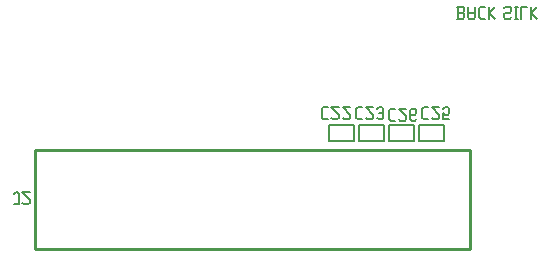
<source format=gbr>
G04 Title: RX Daughterboard, silkscreen, solder side *
G04 Creator: pcb-bin 1.99q *
G04 CreationDate: Thu Mar  2 20:16:20 2006 UTC *
G04 For: matt *
G04 Format: Gerber/RS-274X *
G04 PCB-Dimensions: 275000 250000 *
G04 PCB-Coordinate-Origin: lower left *
%MOIN*%
%FSLAX24Y24*%
%IPPOS*%
%ADD11C,0.0080*%
%ADD12C,0.0280*%
%ADD13C,0.0100*%
%ADD14C,0.0300*%
%ADD15R,0.0240X0.0240*%
%ADD16R,0.0440X0.0440*%
%ADD17R,0.0300X0.0300*%
%ADD18C,0.0060*%
%ADD19R,0.0200X0.0200*%
%ADD20R,0.0540X0.0540*%
%ADD21C,0.0200*%
%ADD22C,0.0500*%
%ADD23R,0.0500X0.0500*%
%ADD24R,0.0600X0.0600*%
%ADD25R,0.0660X0.0660*%
%ADD26R,0.0900X0.0900X0.0600X0.0600*%
%ADD27R,0.0900X0.0900*%
%ADD28C,0.0600*%
%ADD29C,0.0660*%
%AMTHERM1*7,0,0,0.0900,0.0600,0.0100,45*%
%ADD30THERM1*%
%ADD31C,0.0900X0.0600*%
%ADD32C,0.0900*%
%ADD33C,0.1200X0.0900*%
%ADD34C,0.1200*%
%ADD35C,0.0150*%
%AMTHERM2*7,0,0,0.1200,0.0900,0.0150,45*%
%ADD36THERM2*%
%ADD37C,0.0720*%
%ADD38C,0.0920X0.0720*%
%ADD39C,0.0920*%
%ADD40C,0.0240*%
%ADD41C,0.0340*%
%ADD42C,0.1320*%
%ADD43C,0.1100*%
%ADD44C,0.1520*%
%ADD45C,0.1520X0.1320*%
%ADD46C,0.0400*%
%ADD47C,0.0600X0.0400*%
%AMTHERM3*7,0,0,0.0600,0.0400,0.0100,45*%
%ADD48THERM3*%
%ADD49C,0.0360*%
%ADD50C,0.0560*%
%ADD51C,0.0560X0.0360*%
%AMTHERM4*7,0,0,0.0560,0.0360,0.0080,45*%
%ADD52THERM4*%
%LNGROUP_3*%
%LPD*%
G01X0Y0D02*
G54D18*X19180Y16630D02*Y17170D01*
X20020D01*
Y16630D02*Y17170D01*
X19180Y16630D02*X20020D01*
G04 Text: C23 *
G54D11*X19150Y17750D02*X19300D01*
X19100Y17700D02*X19150Y17750D01*
X19100Y17400D02*Y17700D01*
Y17400D02*X19150Y17350D01*
X19300D01*
X19420Y17400D02*X19470Y17350D01*
X19620D01*
X19670Y17400D01*
Y17500D01*
X19420Y17750D02*X19670Y17500D01*
X19420Y17750D02*X19670D01*
X19790Y17400D02*X19840Y17350D01*
X19940D01*
X19990Y17400D01*
Y17700D01*
X19940Y17750D02*X19990Y17700D01*
X19840Y17750D02*X19940D01*
X19790Y17700D02*X19840Y17750D01*
Y17550D02*X19990D01*
G54D18*X19020Y16630D02*Y17170D01*
X18180Y16630D02*X19020D01*
X18180D02*Y17170D01*
X19020D01*
G04 Text: C22 *
G54D11*X18000Y17750D02*X18150D01*
X17950Y17700D02*X18000Y17750D01*
X17950Y17400D02*Y17700D01*
Y17400D02*X18000Y17350D01*
X18150D01*
X18270Y17400D02*X18320Y17350D01*
X18470D01*
X18520Y17400D01*
Y17500D01*
X18270Y17750D02*X18520Y17500D01*
X18270Y17750D02*X18520D01*
X18640Y17400D02*X18690Y17350D01*
X18840D01*
X18890Y17400D01*
Y17500D01*
X18640Y17750D02*X18890Y17500D01*
X18640Y17750D02*X18890D01*
G54D18*X21020Y16630D02*Y17170D01*
X20180Y16630D02*X21020D01*
X20180D02*Y17170D01*
X21020D01*
G04 Text: C26 *
G54D11*X20250Y17700D02*X20400D01*
X20200Y17650D02*X20250Y17700D01*
X20200Y17350D02*Y17650D01*
Y17350D02*X20250Y17300D01*
X20400D01*
X20520Y17350D02*X20570Y17300D01*
X20720D01*
X20770Y17350D01*
Y17450D01*
X20520Y17700D02*X20770Y17450D01*
X20520Y17700D02*X20770D01*
X21040Y17300D02*X21090Y17350D01*
X20940Y17300D02*X21040D01*
X20890Y17350D02*X20940Y17300D01*
X20890Y17350D02*Y17650D01*
X20940Y17700D01*
X21040Y17500D02*X21090Y17550D01*
X20890Y17500D02*X21040D01*
X20940Y17700D02*X21040D01*
X21090Y17650D01*
Y17550D02*Y17650D01*
G54D18*X21180Y16630D02*Y17170D01*
X22020D01*
Y16630D02*Y17170D01*
X21180Y16630D02*X22020D01*
G04 Text: C25 *
G54D11*X21350Y17750D02*X21500D01*
X21300Y17700D02*X21350Y17750D01*
X21300Y17400D02*Y17700D01*
Y17400D02*X21350Y17350D01*
X21500D01*
X21620Y17400D02*X21670Y17350D01*
X21820D01*
X21870Y17400D01*
Y17500D01*
X21620Y17750D02*X21870Y17500D01*
X21620Y17750D02*X21870D01*
X21990Y17350D02*X22190D01*
X21990D02*Y17550D01*
X22040Y17500D01*
X22140D01*
X22190Y17550D01*
Y17700D01*
X22140Y17750D02*X22190Y17700D01*
X22040Y17750D02*X22140D01*
X21990Y17700D02*X22040Y17750D01*
G54D13*X8399Y16318D02*Y13018D01*
Y16318D02*X22899D01*
X8399Y13018D02*X22899D01*
Y16318D02*Y13018D01*
G04 Text: J2 *
G54D11*X7699Y14518D02*X7849D01*
Y14868D01*
X7799Y14918D02*X7849Y14868D01*
X7749Y14918D02*X7799D01*
X7699Y14868D02*X7749Y14918D01*
X7969Y14568D02*X8019Y14518D01*
X8169D01*
X8219Y14568D01*
Y14668D01*
X7969Y14918D02*X8219Y14668D01*
X7969Y14918D02*X8219D01*
G04 Text: BACK SILK *
X22450Y21100D02*X22650D01*
X22700Y21050D01*
Y20950D02*Y21050D01*
X22650Y20900D02*X22700Y20950D01*
X22500Y20900D02*X22650D01*
X22500Y20700D02*Y21100D01*
X22450Y20700D02*X22650D01*
X22700Y20750D01*
Y20850D01*
X22650Y20900D02*X22700Y20850D01*
X22820Y20750D02*Y21100D01*
Y20750D02*X22870Y20700D01*
X23020D01*
X23070Y20750D01*
Y21100D01*
X22820Y20900D02*X23070D01*
X23240Y21100D02*X23390D01*
X23190Y21050D02*X23240Y21100D01*
X23190Y20750D02*Y21050D01*
Y20750D02*X23240Y20700D01*
X23390D01*
X23510D02*Y21100D01*
Y20900D02*X23710Y20700D01*
X23510Y20900D02*X23710Y21100D01*
X24210Y20700D02*X24260Y20750D01*
X24060Y20700D02*X24210D01*
X24010Y20750D02*X24060Y20700D01*
X24010Y20750D02*Y20850D01*
X24060Y20900D01*
X24210D01*
X24260Y20950D01*
Y21050D01*
X24210Y21100D02*X24260Y21050D01*
X24060Y21100D02*X24210D01*
X24010Y21050D02*X24060Y21100D01*
X24380Y20700D02*X24480D01*
X24430D02*Y21100D01*
X24380D02*X24480D01*
X24600Y20700D02*Y21100D01*
X24800D01*
X24920Y20700D02*Y21100D01*
Y20900D02*X25120Y20700D01*
X24920Y20900D02*X25120Y21100D01*
M02*

</source>
